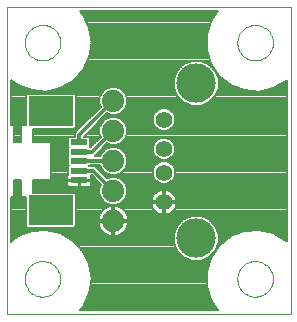
<source format=gtl>
G75*
G70*
%OFA0B0*%
%FSLAX24Y24*%
%IPPOS*%
%LPD*%
%AMOC8*
5,1,8,0,0,1.08239X$1,22.5*
%
%ADD10C,0.0000*%
%ADD11C,0.0740*%
%ADD12R,0.1496X0.0984*%
%ADD13R,0.0551X0.0197*%
%ADD14C,0.0560*%
%ADD15C,0.1310*%
%ADD16C,0.0120*%
%ADD17C,0.0070*%
D10*
X005590Y003256D02*
X005590Y013492D01*
X015039Y013492D01*
X015039Y003256D01*
X005590Y003256D01*
X006180Y004437D02*
X006182Y004485D01*
X006188Y004533D01*
X006198Y004580D01*
X006211Y004626D01*
X006229Y004671D01*
X006249Y004715D01*
X006274Y004757D01*
X006302Y004796D01*
X006332Y004833D01*
X006366Y004867D01*
X006403Y004899D01*
X006441Y004928D01*
X006482Y004953D01*
X006525Y004975D01*
X006570Y004993D01*
X006616Y005007D01*
X006663Y005018D01*
X006711Y005025D01*
X006759Y005028D01*
X006807Y005027D01*
X006855Y005022D01*
X006903Y005013D01*
X006949Y005001D01*
X006994Y004984D01*
X007038Y004964D01*
X007080Y004941D01*
X007120Y004914D01*
X007158Y004884D01*
X007193Y004851D01*
X007225Y004815D01*
X007255Y004777D01*
X007281Y004736D01*
X007303Y004693D01*
X007323Y004649D01*
X007338Y004604D01*
X007350Y004557D01*
X007358Y004509D01*
X007362Y004461D01*
X007362Y004413D01*
X007358Y004365D01*
X007350Y004317D01*
X007338Y004270D01*
X007323Y004225D01*
X007303Y004181D01*
X007281Y004138D01*
X007255Y004097D01*
X007225Y004059D01*
X007193Y004023D01*
X007158Y003990D01*
X007120Y003960D01*
X007080Y003933D01*
X007038Y003910D01*
X006994Y003890D01*
X006949Y003873D01*
X006903Y003861D01*
X006855Y003852D01*
X006807Y003847D01*
X006759Y003846D01*
X006711Y003849D01*
X006663Y003856D01*
X006616Y003867D01*
X006570Y003881D01*
X006525Y003899D01*
X006482Y003921D01*
X006441Y003946D01*
X006403Y003975D01*
X006366Y004007D01*
X006332Y004041D01*
X006302Y004078D01*
X006274Y004117D01*
X006249Y004159D01*
X006229Y004203D01*
X006211Y004248D01*
X006198Y004294D01*
X006188Y004341D01*
X006182Y004389D01*
X006180Y004437D01*
X013267Y004437D02*
X013269Y004485D01*
X013275Y004533D01*
X013285Y004580D01*
X013298Y004626D01*
X013316Y004671D01*
X013336Y004715D01*
X013361Y004757D01*
X013389Y004796D01*
X013419Y004833D01*
X013453Y004867D01*
X013490Y004899D01*
X013528Y004928D01*
X013569Y004953D01*
X013612Y004975D01*
X013657Y004993D01*
X013703Y005007D01*
X013750Y005018D01*
X013798Y005025D01*
X013846Y005028D01*
X013894Y005027D01*
X013942Y005022D01*
X013990Y005013D01*
X014036Y005001D01*
X014081Y004984D01*
X014125Y004964D01*
X014167Y004941D01*
X014207Y004914D01*
X014245Y004884D01*
X014280Y004851D01*
X014312Y004815D01*
X014342Y004777D01*
X014368Y004736D01*
X014390Y004693D01*
X014410Y004649D01*
X014425Y004604D01*
X014437Y004557D01*
X014445Y004509D01*
X014449Y004461D01*
X014449Y004413D01*
X014445Y004365D01*
X014437Y004317D01*
X014425Y004270D01*
X014410Y004225D01*
X014390Y004181D01*
X014368Y004138D01*
X014342Y004097D01*
X014312Y004059D01*
X014280Y004023D01*
X014245Y003990D01*
X014207Y003960D01*
X014167Y003933D01*
X014125Y003910D01*
X014081Y003890D01*
X014036Y003873D01*
X013990Y003861D01*
X013942Y003852D01*
X013894Y003847D01*
X013846Y003846D01*
X013798Y003849D01*
X013750Y003856D01*
X013703Y003867D01*
X013657Y003881D01*
X013612Y003899D01*
X013569Y003921D01*
X013528Y003946D01*
X013490Y003975D01*
X013453Y004007D01*
X013419Y004041D01*
X013389Y004078D01*
X013361Y004117D01*
X013336Y004159D01*
X013316Y004203D01*
X013298Y004248D01*
X013285Y004294D01*
X013275Y004341D01*
X013269Y004389D01*
X013267Y004437D01*
X013267Y012311D02*
X013269Y012359D01*
X013275Y012407D01*
X013285Y012454D01*
X013298Y012500D01*
X013316Y012545D01*
X013336Y012589D01*
X013361Y012631D01*
X013389Y012670D01*
X013419Y012707D01*
X013453Y012741D01*
X013490Y012773D01*
X013528Y012802D01*
X013569Y012827D01*
X013612Y012849D01*
X013657Y012867D01*
X013703Y012881D01*
X013750Y012892D01*
X013798Y012899D01*
X013846Y012902D01*
X013894Y012901D01*
X013942Y012896D01*
X013990Y012887D01*
X014036Y012875D01*
X014081Y012858D01*
X014125Y012838D01*
X014167Y012815D01*
X014207Y012788D01*
X014245Y012758D01*
X014280Y012725D01*
X014312Y012689D01*
X014342Y012651D01*
X014368Y012610D01*
X014390Y012567D01*
X014410Y012523D01*
X014425Y012478D01*
X014437Y012431D01*
X014445Y012383D01*
X014449Y012335D01*
X014449Y012287D01*
X014445Y012239D01*
X014437Y012191D01*
X014425Y012144D01*
X014410Y012099D01*
X014390Y012055D01*
X014368Y012012D01*
X014342Y011971D01*
X014312Y011933D01*
X014280Y011897D01*
X014245Y011864D01*
X014207Y011834D01*
X014167Y011807D01*
X014125Y011784D01*
X014081Y011764D01*
X014036Y011747D01*
X013990Y011735D01*
X013942Y011726D01*
X013894Y011721D01*
X013846Y011720D01*
X013798Y011723D01*
X013750Y011730D01*
X013703Y011741D01*
X013657Y011755D01*
X013612Y011773D01*
X013569Y011795D01*
X013528Y011820D01*
X013490Y011849D01*
X013453Y011881D01*
X013419Y011915D01*
X013389Y011952D01*
X013361Y011991D01*
X013336Y012033D01*
X013316Y012077D01*
X013298Y012122D01*
X013285Y012168D01*
X013275Y012215D01*
X013269Y012263D01*
X013267Y012311D01*
X006180Y012311D02*
X006182Y012359D01*
X006188Y012407D01*
X006198Y012454D01*
X006211Y012500D01*
X006229Y012545D01*
X006249Y012589D01*
X006274Y012631D01*
X006302Y012670D01*
X006332Y012707D01*
X006366Y012741D01*
X006403Y012773D01*
X006441Y012802D01*
X006482Y012827D01*
X006525Y012849D01*
X006570Y012867D01*
X006616Y012881D01*
X006663Y012892D01*
X006711Y012899D01*
X006759Y012902D01*
X006807Y012901D01*
X006855Y012896D01*
X006903Y012887D01*
X006949Y012875D01*
X006994Y012858D01*
X007038Y012838D01*
X007080Y012815D01*
X007120Y012788D01*
X007158Y012758D01*
X007193Y012725D01*
X007225Y012689D01*
X007255Y012651D01*
X007281Y012610D01*
X007303Y012567D01*
X007323Y012523D01*
X007338Y012478D01*
X007350Y012431D01*
X007358Y012383D01*
X007362Y012335D01*
X007362Y012287D01*
X007358Y012239D01*
X007350Y012191D01*
X007338Y012144D01*
X007323Y012099D01*
X007303Y012055D01*
X007281Y012012D01*
X007255Y011971D01*
X007225Y011933D01*
X007193Y011897D01*
X007158Y011864D01*
X007120Y011834D01*
X007080Y011807D01*
X007038Y011784D01*
X006994Y011764D01*
X006949Y011747D01*
X006903Y011735D01*
X006855Y011726D01*
X006807Y011721D01*
X006759Y011720D01*
X006711Y011723D01*
X006663Y011730D01*
X006616Y011741D01*
X006570Y011755D01*
X006525Y011773D01*
X006482Y011795D01*
X006441Y011820D01*
X006403Y011849D01*
X006366Y011881D01*
X006332Y011915D01*
X006302Y011952D01*
X006274Y011991D01*
X006249Y012033D01*
X006229Y012077D01*
X006211Y012122D01*
X006198Y012168D01*
X006188Y012215D01*
X006182Y012263D01*
X006180Y012311D01*
D11*
X009134Y010374D03*
X009134Y009374D03*
X009134Y008374D03*
X009134Y007374D03*
X009134Y006374D03*
D12*
X007047Y006720D03*
X007047Y010027D03*
D13*
X007992Y008984D03*
X007992Y008669D03*
X007992Y008374D03*
X007992Y008039D03*
X007992Y007724D03*
D14*
X010819Y007979D03*
X010819Y008769D03*
X010819Y009749D03*
X010819Y006999D03*
D15*
X011889Y005789D03*
X011889Y010959D03*
D16*
X009134Y010374D02*
X007992Y009232D01*
X007992Y008984D01*
X007992Y008669D02*
X008429Y008669D01*
X009134Y009374D01*
X009134Y008374D02*
X007992Y008374D01*
X007992Y008039D02*
X008468Y008039D01*
X009134Y007374D01*
D17*
X009569Y007537D02*
X014904Y007537D01*
X014904Y007469D02*
X009597Y007469D01*
X009599Y007466D02*
X009528Y007637D01*
X009397Y007768D01*
X009226Y007839D01*
X009041Y007839D01*
X008933Y007794D01*
X008623Y008103D01*
X008532Y008194D01*
X008345Y008194D01*
X008333Y008206D01*
X008345Y008219D01*
X008694Y008219D01*
X008739Y008110D01*
X008870Y007979D01*
X009041Y007909D01*
X009226Y007909D01*
X009397Y007979D01*
X009528Y008110D01*
X009599Y008281D01*
X009599Y008466D01*
X009528Y008637D01*
X009397Y008768D01*
X009226Y008839D01*
X009041Y008839D01*
X008870Y008768D01*
X008739Y008637D01*
X008694Y008529D01*
X008508Y008529D01*
X008584Y008605D01*
X008933Y008954D01*
X009041Y008909D01*
X009226Y008909D01*
X009397Y008979D01*
X009528Y009110D01*
X009599Y009281D01*
X009599Y009466D01*
X009528Y009637D01*
X009397Y009768D01*
X009226Y009839D01*
X009041Y009839D01*
X008870Y009768D01*
X008739Y009637D01*
X008669Y009466D01*
X008669Y009281D01*
X008713Y009173D01*
X008365Y008824D01*
X008345Y008824D01*
X008343Y008826D01*
X008362Y008846D01*
X008362Y009122D01*
X008307Y009177D01*
X008156Y009177D01*
X008933Y009954D01*
X009041Y009909D01*
X009226Y009909D01*
X009397Y009979D01*
X009528Y010110D01*
X009599Y010281D01*
X009599Y010466D01*
X009528Y010637D01*
X009397Y010768D01*
X009226Y010839D01*
X009041Y010839D01*
X008870Y010768D01*
X008739Y010637D01*
X008669Y010466D01*
X008669Y010281D01*
X008713Y010173D01*
X007928Y009387D01*
X007837Y009296D01*
X007837Y009177D01*
X007677Y009177D01*
X007621Y009122D01*
X007621Y008846D01*
X007641Y008826D01*
X007621Y008807D01*
X007621Y008531D01*
X007631Y008521D01*
X007621Y008511D01*
X007621Y008236D01*
X007651Y008206D01*
X007621Y008177D01*
X007621Y007918D01*
X007608Y007905D01*
X007590Y007875D01*
X007581Y007840D01*
X007581Y007738D01*
X007978Y007738D01*
X007978Y007710D01*
X008006Y007710D01*
X008006Y007738D01*
X008402Y007738D01*
X008402Y007840D01*
X008393Y007875D01*
X008388Y007884D01*
X008404Y007884D01*
X008713Y007575D01*
X008669Y007466D01*
X008669Y007281D01*
X008739Y007110D01*
X008870Y006979D01*
X009041Y006909D01*
X009226Y006909D01*
X009397Y006979D01*
X009528Y007110D01*
X009599Y007281D01*
X009599Y007466D01*
X009599Y007400D02*
X010712Y007400D01*
X010722Y007403D02*
X010660Y007383D01*
X010602Y007354D01*
X010549Y007315D01*
X010503Y007269D01*
X010464Y007216D01*
X010435Y007158D01*
X010415Y007096D01*
X010405Y007034D01*
X010784Y007034D01*
X010784Y007413D01*
X010722Y007403D01*
X010784Y007400D02*
X010854Y007400D01*
X010854Y007413D02*
X010854Y007034D01*
X010784Y007034D01*
X010784Y006964D01*
X010405Y006964D01*
X010415Y006901D01*
X010435Y006839D01*
X010464Y006781D01*
X010503Y006728D01*
X010549Y006682D01*
X010602Y006644D01*
X010660Y006614D01*
X010722Y006594D01*
X010784Y006584D01*
X010784Y006964D01*
X010854Y006964D01*
X010854Y006584D01*
X010917Y006594D01*
X010979Y006614D01*
X011037Y006644D01*
X011090Y006682D01*
X011136Y006728D01*
X011174Y006781D01*
X011204Y006839D01*
X011224Y006901D01*
X011234Y006964D01*
X010854Y006964D01*
X010854Y007034D01*
X011234Y007034D01*
X011224Y007096D01*
X011204Y007158D01*
X011174Y007216D01*
X011136Y007269D01*
X011090Y007315D01*
X011037Y007354D01*
X010979Y007383D01*
X010917Y007403D01*
X010854Y007413D01*
X010927Y007400D02*
X014904Y007400D01*
X014904Y007332D02*
X011067Y007332D01*
X011140Y007263D02*
X014904Y007263D01*
X014904Y007195D02*
X011185Y007195D01*
X011214Y007126D02*
X014904Y007126D01*
X014904Y007058D02*
X011230Y007058D01*
X011227Y006921D02*
X014904Y006921D01*
X014904Y006989D02*
X010854Y006989D01*
X010854Y006921D02*
X010784Y006921D01*
X010784Y006989D02*
X009407Y006989D01*
X009475Y007058D02*
X010409Y007058D01*
X010425Y007126D02*
X009534Y007126D01*
X009563Y007195D02*
X010454Y007195D01*
X010499Y007263D02*
X009591Y007263D01*
X009599Y007332D02*
X010572Y007332D01*
X010784Y007332D02*
X010854Y007332D01*
X010854Y007263D02*
X010784Y007263D01*
X010784Y007195D02*
X010854Y007195D01*
X010854Y007126D02*
X010784Y007126D01*
X010784Y007058D02*
X010854Y007058D01*
X010854Y006852D02*
X010784Y006852D01*
X010784Y006784D02*
X010854Y006784D01*
X010854Y006715D02*
X010784Y006715D01*
X010784Y006647D02*
X010854Y006647D01*
X011041Y006647D02*
X014904Y006647D01*
X014904Y006715D02*
X011123Y006715D01*
X011176Y006784D02*
X014904Y006784D01*
X014904Y006852D02*
X011208Y006852D01*
X011465Y006424D02*
X011254Y006213D01*
X011139Y005938D01*
X011139Y005639D01*
X011254Y005364D01*
X011465Y005153D01*
X011740Y005039D01*
X012039Y005039D01*
X012314Y005153D01*
X012525Y005364D01*
X012639Y005639D01*
X012639Y005938D01*
X012525Y006213D01*
X012314Y006424D01*
X012039Y006539D01*
X011740Y006539D01*
X011465Y006424D01*
X011505Y006441D02*
X009634Y006441D01*
X009639Y006413D02*
X009626Y006492D01*
X009602Y006567D01*
X009565Y006638D01*
X009519Y006703D01*
X009463Y006759D01*
X009398Y006806D01*
X009327Y006842D01*
X009252Y006866D01*
X009173Y006879D01*
X009169Y006879D01*
X009169Y006409D01*
X009639Y006409D01*
X009639Y006413D01*
X009639Y006339D02*
X009169Y006339D01*
X009169Y006409D01*
X009099Y006409D01*
X009099Y006879D01*
X009094Y006879D01*
X009015Y006866D01*
X008940Y006842D01*
X008869Y006806D01*
X008805Y006759D01*
X008748Y006703D01*
X008702Y006638D01*
X008666Y006567D01*
X008641Y006492D01*
X008629Y006413D01*
X008629Y006409D01*
X009099Y006409D01*
X009099Y006339D01*
X009169Y006339D01*
X009169Y005869D01*
X009173Y005869D01*
X009252Y005881D01*
X009327Y005906D01*
X009398Y005942D01*
X009463Y005988D01*
X009519Y006045D01*
X009565Y006109D01*
X009602Y006180D01*
X009626Y006255D01*
X009639Y006334D01*
X009639Y006339D01*
X009634Y006304D02*
X011344Y006304D01*
X011276Y006236D02*
X009620Y006236D01*
X009595Y006167D02*
X011234Y006167D01*
X011206Y006099D02*
X009558Y006099D01*
X009504Y006030D02*
X011178Y006030D01*
X011149Y005962D02*
X009426Y005962D01*
X009289Y005893D02*
X011139Y005893D01*
X011139Y005825D02*
X007601Y005825D01*
X007719Y005756D02*
X011139Y005756D01*
X011139Y005688D02*
X007816Y005688D01*
X007791Y005715D02*
X007791Y005715D01*
X008122Y005358D01*
X008122Y005358D01*
X008334Y004919D01*
X008334Y004919D01*
X008406Y004437D01*
X008334Y003955D01*
X008334Y003955D01*
X008122Y003516D01*
X008122Y003516D01*
X008006Y003391D01*
X012614Y003391D01*
X012385Y003727D01*
X012385Y003727D01*
X012241Y004193D01*
X012241Y004680D01*
X012385Y005146D01*
X012385Y005146D01*
X012659Y005549D01*
X012659Y005549D01*
X012659Y005549D01*
X013040Y005853D01*
X013040Y005853D01*
X013494Y006031D01*
X013494Y006031D01*
X013980Y006067D01*
X013980Y006067D01*
X014455Y005959D01*
X014877Y005715D01*
X014904Y005686D01*
X014904Y011061D01*
X014877Y011032D01*
X014877Y011032D01*
X014455Y010789D01*
X014455Y010789D01*
X013980Y010680D01*
X013980Y010680D01*
X013494Y010717D01*
X013494Y010717D01*
X013040Y010895D01*
X013040Y010895D01*
X012659Y011199D01*
X012659Y011199D01*
X012659Y011199D01*
X012385Y011601D01*
X012385Y011601D01*
X012241Y012067D01*
X012241Y012554D01*
X012385Y013020D01*
X012385Y013020D01*
X012614Y013357D01*
X008006Y013357D01*
X008122Y013232D01*
X008122Y013232D01*
X008334Y012793D01*
X008334Y012793D01*
X008406Y012311D01*
X008334Y011829D01*
X008334Y011829D01*
X008122Y011390D01*
X008122Y011390D01*
X007791Y011032D01*
X007791Y011032D01*
X007791Y011032D01*
X007369Y010789D01*
X007369Y010789D01*
X006894Y010680D01*
X006894Y010680D01*
X006408Y010717D01*
X006408Y010717D01*
X005954Y010895D01*
X005954Y010895D01*
X005725Y011077D01*
X005725Y009570D01*
X005802Y009570D01*
X005822Y009550D01*
X005822Y008999D01*
X006067Y008999D01*
X006067Y009550D01*
X006088Y009570D01*
X006204Y009570D01*
X006204Y010559D01*
X006260Y010614D01*
X007834Y010614D01*
X007890Y010559D01*
X007890Y009496D01*
X007834Y009440D01*
X006452Y009440D01*
X006452Y008999D01*
X007022Y008999D01*
X007043Y008979D01*
X007043Y007769D01*
X007022Y007748D01*
X006452Y007748D01*
X006452Y007307D01*
X007834Y007307D01*
X007890Y007252D01*
X007890Y006189D01*
X007834Y006133D01*
X006260Y006133D01*
X006204Y006189D01*
X006204Y007177D01*
X006088Y007177D01*
X006067Y007198D01*
X006067Y007748D01*
X005822Y007748D01*
X005822Y007198D01*
X005802Y007177D01*
X005725Y007177D01*
X005725Y005670D01*
X005954Y005853D01*
X006408Y006031D01*
X006408Y006031D01*
X006894Y006067D01*
X006894Y006067D01*
X007369Y005959D01*
X007369Y005959D01*
X007791Y005715D01*
X007880Y005619D02*
X011148Y005619D01*
X011176Y005551D02*
X007943Y005551D01*
X008007Y005482D02*
X011205Y005482D01*
X011233Y005414D02*
X008070Y005414D01*
X008128Y005345D02*
X011272Y005345D01*
X011341Y005277D02*
X008161Y005277D01*
X008194Y005208D02*
X011409Y005208D01*
X011496Y005140D02*
X008227Y005140D01*
X008260Y005071D02*
X011662Y005071D01*
X012117Y005071D02*
X012362Y005071D01*
X012341Y005003D02*
X008293Y005003D01*
X008326Y004934D02*
X012319Y004934D01*
X012298Y004866D02*
X008342Y004866D01*
X008352Y004797D02*
X012277Y004797D01*
X012256Y004729D02*
X008362Y004729D01*
X008373Y004660D02*
X012241Y004660D01*
X012241Y004592D02*
X008383Y004592D01*
X008393Y004523D02*
X012241Y004523D01*
X012241Y004455D02*
X008404Y004455D01*
X008399Y004386D02*
X012241Y004386D01*
X012241Y004318D02*
X008388Y004318D01*
X008378Y004249D02*
X012241Y004249D01*
X012245Y004181D02*
X008368Y004181D01*
X008357Y004112D02*
X012266Y004112D01*
X012287Y004044D02*
X008347Y004044D01*
X008337Y003975D02*
X012308Y003975D01*
X012330Y003907D02*
X008311Y003907D01*
X008278Y003838D02*
X012351Y003838D01*
X012372Y003770D02*
X008245Y003770D01*
X008212Y003701D02*
X012403Y003701D01*
X012449Y003633D02*
X008179Y003633D01*
X008146Y003564D02*
X012496Y003564D01*
X012543Y003496D02*
X008104Y003496D01*
X008040Y003427D02*
X012589Y003427D01*
X012383Y005140D02*
X012282Y005140D01*
X012370Y005208D02*
X012427Y005208D01*
X012438Y005277D02*
X012474Y005277D01*
X012507Y005345D02*
X012521Y005345D01*
X012546Y005414D02*
X012567Y005414D01*
X012574Y005482D02*
X012614Y005482D01*
X012603Y005551D02*
X012662Y005551D01*
X012631Y005619D02*
X012748Y005619D01*
X012834Y005688D02*
X012639Y005688D01*
X012639Y005756D02*
X012920Y005756D01*
X013005Y005825D02*
X012639Y005825D01*
X012639Y005893D02*
X013144Y005893D01*
X013318Y005962D02*
X012630Y005962D01*
X012601Y006030D02*
X013493Y006030D01*
X014142Y006030D02*
X014904Y006030D01*
X014904Y005962D02*
X014442Y005962D01*
X014569Y005893D02*
X014904Y005893D01*
X014904Y005825D02*
X014687Y005825D01*
X014806Y005756D02*
X014904Y005756D01*
X014903Y005688D02*
X014904Y005688D01*
X014904Y006099D02*
X012573Y006099D01*
X012544Y006167D02*
X014904Y006167D01*
X014904Y006236D02*
X012503Y006236D01*
X012435Y006304D02*
X014904Y006304D01*
X014904Y006373D02*
X012366Y006373D01*
X012274Y006441D02*
X014904Y006441D01*
X014904Y006510D02*
X012109Y006510D01*
X011670Y006510D02*
X009620Y006510D01*
X009596Y006578D02*
X014904Y006578D01*
X014904Y007606D02*
X010899Y007606D01*
X010894Y007604D02*
X011032Y007661D01*
X011137Y007766D01*
X011194Y007904D01*
X011194Y008053D01*
X011137Y008191D01*
X011032Y008297D01*
X010894Y008354D01*
X010745Y008354D01*
X010607Y008297D01*
X010502Y008191D01*
X010444Y008053D01*
X010444Y007904D01*
X010502Y007766D01*
X010607Y007661D01*
X010745Y007604D01*
X010894Y007604D01*
X010740Y007606D02*
X009541Y007606D01*
X009491Y007674D02*
X010594Y007674D01*
X010525Y007743D02*
X009422Y007743D01*
X009292Y007811D02*
X010483Y007811D01*
X010455Y007880D02*
X008847Y007880D01*
X008778Y007948D02*
X008946Y007948D01*
X008833Y008017D02*
X008710Y008017D01*
X008764Y008085D02*
X008641Y008085D01*
X008573Y008154D02*
X008721Y008154D01*
X008915Y007811D02*
X008975Y007811D01*
X008682Y007606D02*
X008402Y007606D01*
X008402Y007608D02*
X008402Y007710D01*
X008006Y007710D01*
X008006Y007491D01*
X008285Y007491D01*
X008319Y007500D01*
X008350Y007518D01*
X008375Y007543D01*
X008393Y007573D01*
X008402Y007608D01*
X008402Y007674D02*
X008614Y007674D01*
X008545Y007743D02*
X008402Y007743D01*
X008402Y007811D02*
X008477Y007811D01*
X008408Y007880D02*
X008390Y007880D01*
X008370Y007537D02*
X008698Y007537D01*
X008670Y007469D02*
X006452Y007469D01*
X006452Y007537D02*
X007614Y007537D01*
X007608Y007543D02*
X007633Y007518D01*
X007664Y007500D01*
X007698Y007491D01*
X007978Y007491D01*
X007978Y007710D01*
X007581Y007710D01*
X007581Y007608D01*
X007590Y007573D01*
X007608Y007543D01*
X007582Y007606D02*
X006452Y007606D01*
X006452Y007674D02*
X007581Y007674D01*
X007581Y007743D02*
X006452Y007743D01*
X006452Y007400D02*
X008669Y007400D01*
X008669Y007332D02*
X006452Y007332D01*
X006204Y007126D02*
X005725Y007126D01*
X005725Y007058D02*
X006204Y007058D01*
X006204Y006989D02*
X005725Y006989D01*
X005725Y006921D02*
X006204Y006921D01*
X006204Y006852D02*
X005725Y006852D01*
X005725Y006784D02*
X006204Y006784D01*
X006204Y006715D02*
X005725Y006715D01*
X005725Y006647D02*
X006204Y006647D01*
X006204Y006578D02*
X005725Y006578D01*
X005725Y006510D02*
X006204Y006510D01*
X006204Y006441D02*
X005725Y006441D01*
X005725Y006373D02*
X006204Y006373D01*
X006204Y006304D02*
X005725Y006304D01*
X005725Y006236D02*
X006204Y006236D01*
X006225Y006167D02*
X005725Y006167D01*
X005725Y006099D02*
X008709Y006099D01*
X008702Y006109D02*
X008748Y006045D01*
X008805Y005988D01*
X008869Y005942D01*
X008940Y005906D01*
X009015Y005881D01*
X009094Y005869D01*
X009099Y005869D01*
X009099Y006339D01*
X008629Y006339D01*
X008629Y006334D01*
X008641Y006255D01*
X008666Y006180D01*
X008702Y006109D01*
X008672Y006167D02*
X007868Y006167D01*
X007890Y006236D02*
X008647Y006236D01*
X008633Y006304D02*
X007890Y006304D01*
X007890Y006373D02*
X009099Y006373D01*
X009099Y006441D02*
X009169Y006441D01*
X009169Y006373D02*
X011413Y006373D01*
X010598Y006647D02*
X009559Y006647D01*
X009506Y006715D02*
X010516Y006715D01*
X010463Y006784D02*
X009428Y006784D01*
X009295Y006852D02*
X010431Y006852D01*
X010412Y006921D02*
X009255Y006921D01*
X009169Y006852D02*
X009099Y006852D01*
X009099Y006784D02*
X009169Y006784D01*
X009169Y006715D02*
X009099Y006715D01*
X009099Y006647D02*
X009169Y006647D01*
X009169Y006578D02*
X009099Y006578D01*
X009099Y006510D02*
X009169Y006510D01*
X009169Y006304D02*
X009099Y006304D01*
X009099Y006236D02*
X009169Y006236D01*
X009169Y006167D02*
X009099Y006167D01*
X009099Y006099D02*
X009169Y006099D01*
X009169Y006030D02*
X009099Y006030D01*
X009099Y005962D02*
X009169Y005962D01*
X009169Y005893D02*
X009099Y005893D01*
X008978Y005893D02*
X007482Y005893D01*
X007355Y005962D02*
X008841Y005962D01*
X008763Y006030D02*
X007055Y006030D01*
X006406Y006030D02*
X005725Y006030D01*
X005725Y005962D02*
X006232Y005962D01*
X006057Y005893D02*
X005725Y005893D01*
X005725Y005825D02*
X005919Y005825D01*
X005833Y005756D02*
X005725Y005756D01*
X005725Y005688D02*
X005747Y005688D01*
X005819Y007195D02*
X006070Y007195D01*
X006067Y007263D02*
X005822Y007263D01*
X005822Y007332D02*
X006067Y007332D01*
X006067Y007400D02*
X005822Y007400D01*
X005822Y007469D02*
X006067Y007469D01*
X006067Y007537D02*
X005822Y007537D01*
X005822Y007606D02*
X006067Y007606D01*
X006067Y007674D02*
X005822Y007674D01*
X005822Y007743D02*
X006067Y007743D01*
X007043Y007811D02*
X007581Y007811D01*
X007593Y007880D02*
X007043Y007880D01*
X007043Y007948D02*
X007621Y007948D01*
X007621Y008017D02*
X007043Y008017D01*
X007043Y008085D02*
X007621Y008085D01*
X007621Y008154D02*
X007043Y008154D01*
X007043Y008222D02*
X007635Y008222D01*
X007621Y008291D02*
X007043Y008291D01*
X007043Y008359D02*
X007621Y008359D01*
X007621Y008428D02*
X007043Y008428D01*
X007043Y008496D02*
X007621Y008496D01*
X007621Y008565D02*
X007043Y008565D01*
X007043Y008633D02*
X007621Y008633D01*
X007621Y008702D02*
X007043Y008702D01*
X007043Y008770D02*
X007621Y008770D01*
X007629Y008839D02*
X007043Y008839D01*
X007043Y008907D02*
X007621Y008907D01*
X007621Y008976D02*
X007043Y008976D01*
X007621Y009044D02*
X006452Y009044D01*
X006452Y009113D02*
X007621Y009113D01*
X007837Y009181D02*
X006452Y009181D01*
X006452Y009250D02*
X007837Y009250D01*
X007859Y009318D02*
X006452Y009318D01*
X006452Y009387D02*
X007927Y009387D01*
X007996Y009455D02*
X007849Y009455D01*
X007890Y009524D02*
X008064Y009524D01*
X008133Y009592D02*
X007890Y009592D01*
X007890Y009661D02*
X008201Y009661D01*
X008270Y009729D02*
X007890Y009729D01*
X007890Y009798D02*
X008338Y009798D01*
X008407Y009866D02*
X007890Y009866D01*
X007890Y009935D02*
X008475Y009935D01*
X008544Y010003D02*
X007890Y010003D01*
X007890Y010072D02*
X008612Y010072D01*
X008681Y010140D02*
X007890Y010140D01*
X007890Y010209D02*
X008699Y010209D01*
X008670Y010277D02*
X007890Y010277D01*
X007890Y010346D02*
X008669Y010346D01*
X008669Y010414D02*
X007890Y010414D01*
X007890Y010483D02*
X008675Y010483D01*
X008704Y010551D02*
X007890Y010551D01*
X007669Y010962D02*
X011139Y010962D01*
X011139Y010894D02*
X007551Y010894D01*
X007432Y010825D02*
X009008Y010825D01*
X008859Y010757D02*
X007228Y010757D01*
X006928Y010688D02*
X008790Y010688D01*
X008732Y010620D02*
X005725Y010620D01*
X005725Y010688D02*
X006788Y010688D01*
X006306Y010757D02*
X005725Y010757D01*
X005725Y010825D02*
X006131Y010825D01*
X005956Y010894D02*
X005725Y010894D01*
X005725Y010962D02*
X005869Y010962D01*
X005783Y011031D02*
X005725Y011031D01*
X005725Y010551D02*
X006204Y010551D01*
X006204Y010483D02*
X005725Y010483D01*
X005725Y010414D02*
X006204Y010414D01*
X006204Y010346D02*
X005725Y010346D01*
X005725Y010277D02*
X006204Y010277D01*
X006204Y010209D02*
X005725Y010209D01*
X005725Y010140D02*
X006204Y010140D01*
X006204Y010072D02*
X005725Y010072D01*
X005725Y010003D02*
X006204Y010003D01*
X006204Y009935D02*
X005725Y009935D01*
X005725Y009866D02*
X006204Y009866D01*
X006204Y009798D02*
X005725Y009798D01*
X005725Y009729D02*
X006204Y009729D01*
X006204Y009661D02*
X005725Y009661D01*
X005725Y009592D02*
X006204Y009592D01*
X006067Y009524D02*
X005822Y009524D01*
X005822Y009455D02*
X006067Y009455D01*
X006067Y009387D02*
X005822Y009387D01*
X005822Y009318D02*
X006067Y009318D01*
X006067Y009250D02*
X005822Y009250D01*
X005822Y009181D02*
X006067Y009181D01*
X006067Y009113D02*
X005822Y009113D01*
X005822Y009044D02*
X006067Y009044D01*
X007978Y007674D02*
X008006Y007674D01*
X008006Y007606D02*
X007978Y007606D01*
X007978Y007537D02*
X008006Y007537D01*
X007878Y007263D02*
X008676Y007263D01*
X008704Y007195D02*
X007890Y007195D01*
X007890Y007126D02*
X008733Y007126D01*
X008792Y007058D02*
X007890Y007058D01*
X007890Y006989D02*
X008860Y006989D01*
X009012Y006921D02*
X007890Y006921D01*
X007890Y006852D02*
X008972Y006852D01*
X008839Y006784D02*
X007890Y006784D01*
X007890Y006715D02*
X008761Y006715D01*
X008708Y006647D02*
X007890Y006647D01*
X007890Y006578D02*
X008671Y006578D01*
X008647Y006510D02*
X007890Y006510D01*
X007890Y006441D02*
X008633Y006441D01*
X009321Y007948D02*
X010444Y007948D01*
X010444Y008017D02*
X009434Y008017D01*
X009503Y008085D02*
X010458Y008085D01*
X010486Y008154D02*
X009546Y008154D01*
X009574Y008222D02*
X010533Y008222D01*
X010601Y008291D02*
X009599Y008291D01*
X009599Y008359D02*
X014904Y008359D01*
X014904Y008291D02*
X011038Y008291D01*
X011106Y008222D02*
X014904Y008222D01*
X014904Y008154D02*
X011153Y008154D01*
X011181Y008085D02*
X014904Y008085D01*
X014904Y008017D02*
X011194Y008017D01*
X011194Y007948D02*
X014904Y007948D01*
X014904Y007880D02*
X011184Y007880D01*
X011156Y007811D02*
X014904Y007811D01*
X014904Y007743D02*
X011114Y007743D01*
X011045Y007674D02*
X014904Y007674D01*
X014904Y008428D02*
X010976Y008428D01*
X011032Y008451D02*
X011137Y008556D01*
X011194Y008694D01*
X011194Y008843D01*
X011137Y008981D01*
X011032Y009087D01*
X010894Y009144D01*
X010745Y009144D01*
X010607Y009087D01*
X010502Y008981D01*
X010444Y008843D01*
X010444Y008694D01*
X010502Y008556D01*
X010607Y008451D01*
X010745Y008394D01*
X010894Y008394D01*
X011032Y008451D01*
X011077Y008496D02*
X014904Y008496D01*
X014904Y008565D02*
X011141Y008565D01*
X011169Y008633D02*
X014904Y008633D01*
X014904Y008702D02*
X011194Y008702D01*
X011194Y008770D02*
X014904Y008770D01*
X014904Y008839D02*
X011194Y008839D01*
X011168Y008907D02*
X014904Y008907D01*
X014904Y008976D02*
X011140Y008976D01*
X011074Y009044D02*
X014904Y009044D01*
X014904Y009113D02*
X010969Y009113D01*
X010894Y009374D02*
X011032Y009431D01*
X011137Y009536D01*
X011194Y009674D01*
X011194Y009823D01*
X011137Y009961D01*
X011032Y010067D01*
X010894Y010124D01*
X010745Y010124D01*
X010607Y010067D01*
X010502Y009961D01*
X010444Y009823D01*
X010444Y009674D01*
X010502Y009536D01*
X010607Y009431D01*
X010745Y009374D01*
X010894Y009374D01*
X010925Y009387D02*
X014904Y009387D01*
X014904Y009455D02*
X011056Y009455D01*
X011125Y009524D02*
X014904Y009524D01*
X014904Y009592D02*
X011161Y009592D01*
X011189Y009661D02*
X014904Y009661D01*
X014904Y009729D02*
X011194Y009729D01*
X011194Y009798D02*
X014904Y009798D01*
X014904Y009866D02*
X011177Y009866D01*
X011148Y009935D02*
X014904Y009935D01*
X014904Y010003D02*
X011095Y010003D01*
X011020Y010072D02*
X014904Y010072D01*
X014904Y010140D02*
X009540Y010140D01*
X009569Y010209D02*
X011740Y010209D01*
X012039Y010209D01*
X014904Y010209D01*
X014904Y010277D02*
X012204Y010277D01*
X012314Y010323D02*
X012525Y010534D01*
X012639Y010809D01*
X012639Y011108D01*
X012525Y011383D01*
X012314Y011594D01*
X012039Y011709D01*
X011740Y011709D01*
X011465Y011594D01*
X011254Y011383D01*
X011139Y011108D01*
X011139Y010809D01*
X011254Y010534D01*
X011465Y010323D01*
X011740Y010209D01*
X011575Y010277D02*
X009597Y010277D01*
X009599Y010346D02*
X011442Y010346D01*
X011373Y010414D02*
X009599Y010414D01*
X009592Y010483D02*
X011305Y010483D01*
X011246Y010551D02*
X009563Y010551D01*
X009535Y010620D02*
X011218Y010620D01*
X011190Y010688D02*
X009477Y010688D01*
X009408Y010757D02*
X011161Y010757D01*
X011139Y010825D02*
X009259Y010825D01*
X009489Y010072D02*
X010619Y010072D01*
X010544Y010003D02*
X009421Y010003D01*
X009289Y009935D02*
X010491Y009935D01*
X010462Y009866D02*
X008845Y009866D01*
X008777Y009798D02*
X008942Y009798D01*
X008831Y009729D02*
X008708Y009729D01*
X008763Y009661D02*
X008640Y009661D01*
X008571Y009592D02*
X008721Y009592D01*
X008692Y009524D02*
X008503Y009524D01*
X008434Y009455D02*
X008669Y009455D01*
X008669Y009387D02*
X008366Y009387D01*
X008297Y009318D02*
X008669Y009318D01*
X008682Y009250D02*
X008229Y009250D01*
X008160Y009181D02*
X008710Y009181D01*
X008653Y009113D02*
X008362Y009113D01*
X008362Y009044D02*
X008585Y009044D01*
X008516Y008976D02*
X008362Y008976D01*
X008362Y008907D02*
X008448Y008907D01*
X008379Y008839D02*
X008355Y008839D01*
X008544Y008565D02*
X008709Y008565D01*
X008738Y008633D02*
X008612Y008633D01*
X008681Y008702D02*
X008804Y008702D01*
X008749Y008770D02*
X008876Y008770D01*
X008818Y008839D02*
X010444Y008839D01*
X010444Y008770D02*
X009391Y008770D01*
X009463Y008702D02*
X010444Y008702D01*
X010470Y008633D02*
X009529Y008633D01*
X009558Y008565D02*
X010498Y008565D01*
X010562Y008496D02*
X009586Y008496D01*
X009599Y008428D02*
X010663Y008428D01*
X010471Y008907D02*
X008886Y008907D01*
X009388Y008976D02*
X010499Y008976D01*
X010565Y009044D02*
X009462Y009044D01*
X009529Y009113D02*
X010670Y009113D01*
X010713Y009387D02*
X009599Y009387D01*
X009599Y009455D02*
X010583Y009455D01*
X010514Y009524D02*
X009575Y009524D01*
X009546Y009592D02*
X010478Y009592D01*
X010450Y009661D02*
X009504Y009661D01*
X009436Y009729D02*
X010444Y009729D01*
X010444Y009798D02*
X009325Y009798D01*
X008978Y009935D02*
X008914Y009935D01*
X009599Y009318D02*
X014904Y009318D01*
X014904Y009250D02*
X009585Y009250D01*
X009557Y009181D02*
X014904Y009181D01*
X014904Y010346D02*
X012337Y010346D01*
X012314Y010323D02*
X012039Y010209D01*
X012406Y010414D02*
X014904Y010414D01*
X014904Y010483D02*
X012474Y010483D01*
X012532Y010551D02*
X014904Y010551D01*
X014904Y010620D02*
X012561Y010620D01*
X012589Y010688D02*
X013874Y010688D01*
X014015Y010688D02*
X014904Y010688D01*
X014904Y010757D02*
X014315Y010757D01*
X014518Y010825D02*
X014904Y010825D01*
X014904Y010894D02*
X014637Y010894D01*
X014756Y010962D02*
X014904Y010962D01*
X014904Y011031D02*
X014874Y011031D01*
X014877Y011032D02*
X014877Y011032D01*
X013392Y010757D02*
X012618Y010757D01*
X012639Y010825D02*
X013218Y010825D01*
X013043Y010894D02*
X012639Y010894D01*
X012639Y010962D02*
X012956Y010962D01*
X012870Y011031D02*
X012639Y011031D01*
X012639Y011099D02*
X012784Y011099D01*
X012698Y011168D02*
X012615Y011168D01*
X012634Y011236D02*
X012586Y011236D01*
X012587Y011305D02*
X012558Y011305D01*
X012540Y011373D02*
X012530Y011373D01*
X012494Y011442D02*
X012467Y011442D01*
X012447Y011510D02*
X012399Y011510D01*
X012400Y011579D02*
X012330Y011579D01*
X012371Y011647D02*
X012187Y011647D01*
X012350Y011716D02*
X008279Y011716D01*
X008312Y011784D02*
X012328Y011784D01*
X012307Y011853D02*
X008337Y011853D01*
X008348Y011921D02*
X012286Y011921D01*
X012265Y011990D02*
X008358Y011990D01*
X008368Y012058D02*
X012244Y012058D01*
X012241Y012127D02*
X008379Y012127D01*
X008389Y012195D02*
X012241Y012195D01*
X012241Y012264D02*
X008399Y012264D01*
X008403Y012332D02*
X012241Y012332D01*
X012241Y012401D02*
X008393Y012401D01*
X008382Y012469D02*
X012241Y012469D01*
X012241Y012538D02*
X008372Y012538D01*
X008362Y012606D02*
X012257Y012606D01*
X012278Y012675D02*
X008351Y012675D01*
X008341Y012743D02*
X012299Y012743D01*
X012321Y012812D02*
X008324Y012812D01*
X008292Y012880D02*
X012342Y012880D01*
X012363Y012949D02*
X008259Y012949D01*
X008226Y013017D02*
X012384Y013017D01*
X012430Y013086D02*
X008193Y013086D01*
X008160Y013154D02*
X012476Y013154D01*
X012523Y013223D02*
X008127Y013223D01*
X008067Y013291D02*
X012570Y013291D01*
X011592Y011647D02*
X008246Y011647D01*
X008213Y011579D02*
X011449Y011579D01*
X011380Y011510D02*
X008180Y011510D01*
X008147Y011442D02*
X011312Y011442D01*
X011249Y011373D02*
X008107Y011373D01*
X008043Y011305D02*
X011221Y011305D01*
X011193Y011236D02*
X007980Y011236D01*
X007916Y011168D02*
X011164Y011168D01*
X011139Y011099D02*
X007853Y011099D01*
X007788Y011031D02*
X011139Y011031D01*
M02*

</source>
